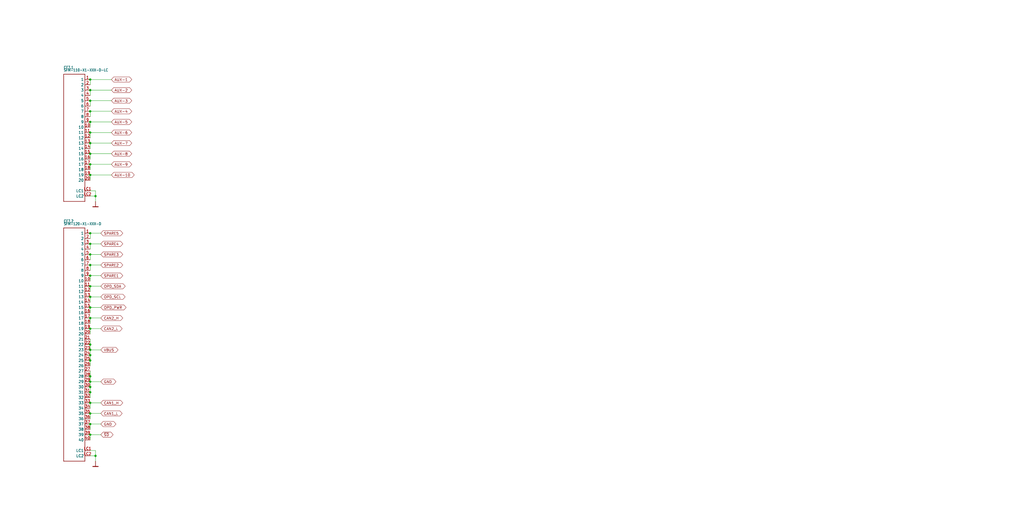
<source format=kicad_sch>
(kicad_sch (version 20211123) (generator eeschema)
  (paper "User" 490.22 254.406)
  (lib_symbols
    (symbol "oresat-backplane-2u-eagle-import:GND" (power)
      (symbol "GND_1_0"
        (polyline (pts (xy -1.27 -2.54) (xy 1.27 -2.54)) (stroke (width 0.4064)))
        (pin power_in line (at 0 0 270) (length 2.54) (name "GND") (number "1"))
      )
    )
    (symbol "oresat-backplane-2u-eagle-import:SFM-110-X1-XXX-D-LC"
      (property "Reference" "CF" (at -2.54 33.02 0))
      (property "Value" "SFM-110-X1-XXX-D-LC" (at -2.54 31.75 0))
      (symbol "SFM-110-X1-XXX-D-LC_1_0"
        (polyline (pts (xy -2.54 -30.48) (xy -2.54 30.48)) (stroke (width 0.254)))
        (polyline (pts (xy -2.54 30.48) (xy 7.62 30.48)) (stroke (width 0.254)))
        (polyline (pts (xy 7.62 -30.48) (xy -2.54 -30.48)) (stroke (width 0.254)))
        (polyline (pts (xy 7.62 30.48) (xy 7.62 -30.48)) (stroke (width 0.254)))
        (pin passive line (at 10.16 27.94 180) (length 2.54) (name "1") (number "1"))
        (pin passive line (at 10.16 5.08 180) (length 2.54) (name "10") (number "10"))
        (pin passive line (at 10.16 2.54 180) (length 2.54) (name "11") (number "11"))
        (pin passive line (at 10.16 0 180) (length 2.54) (name "12") (number "12"))
        (pin passive line (at 10.16 -2.54 180) (length 2.54) (name "13") (number "13"))
        (pin passive line (at 10.16 -5.08 180) (length 2.54) (name "14") (number "14"))
        (pin passive line (at 10.16 -7.62 180) (length 2.54) (name "15") (number "15"))
        (pin passive line (at 10.16 -10.16 180) (length 2.54) (name "16") (number "16"))
        (pin passive line (at 10.16 -12.7 180) (length 2.54) (name "17") (number "17"))
        (pin passive line (at 10.16 -15.24 180) (length 2.54) (name "18") (number "18"))
        (pin passive line (at 10.16 -17.78 180) (length 2.54) (name "19") (number "19"))
        (pin passive line (at 10.16 25.4 180) (length 2.54) (name "2") (number "2"))
        (pin passive line (at 10.16 -20.32 180) (length 2.54) (name "20") (number "20"))
        (pin passive line (at 10.16 22.86 180) (length 2.54) (name "3") (number "3"))
        (pin passive line (at 10.16 20.32 180) (length 2.54) (name "4") (number "4"))
        (pin passive line (at 10.16 17.78 180) (length 2.54) (name "5") (number "5"))
        (pin passive line (at 10.16 15.24 180) (length 2.54) (name "6") (number "6"))
        (pin passive line (at 10.16 12.7 180) (length 2.54) (name "7") (number "7"))
        (pin passive line (at 10.16 10.16 180) (length 2.54) (name "8") (number "8"))
        (pin passive line (at 10.16 7.62 180) (length 2.54) (name "9") (number "9"))
        (pin passive line (at 10.16 -25.4 180) (length 2.54) (name "LC1") (number "LC1"))
        (pin passive line (at 10.16 -27.94 180) (length 2.54) (name "LC2") (number "LC2"))
      )
    )
    (symbol "oresat-backplane-2u-eagle-import:SFM-120-X1-XXX-D"
      (property "Reference" "J" (at -2.54 50.8 0))
      (property "Value" "SFM-120-X1-XXX-D" (at -2.54 49.53 0))
      (symbol "SFM-120-X1-XXX-D_1_0"
        (polyline (pts (xy -2.54 -63.5) (xy -2.54 48.26)) (stroke (width 0.254)))
        (polyline (pts (xy -2.54 48.26) (xy 7.62 48.26)) (stroke (width 0.254)))
        (polyline (pts (xy 7.62 -63.5) (xy -2.54 -63.5)) (stroke (width 0.254)))
        (polyline (pts (xy 7.62 48.26) (xy 7.62 -63.5)) (stroke (width 0.254)))
        (pin passive line (at 10.16 45.72 180) (length 2.54) (name "1") (number "1"))
        (pin passive line (at 10.16 22.86 180) (length 2.54) (name "10") (number "10"))
        (pin passive line (at 10.16 20.32 180) (length 2.54) (name "11") (number "11"))
        (pin passive line (at 10.16 17.78 180) (length 2.54) (name "12") (number "12"))
        (pin passive line (at 10.16 15.24 180) (length 2.54) (name "13") (number "13"))
        (pin passive line (at 10.16 12.7 180) (length 2.54) (name "14") (number "14"))
        (pin passive line (at 10.16 10.16 180) (length 2.54) (name "15") (number "15"))
        (pin passive line (at 10.16 7.62 180) (length 2.54) (name "16") (number "16"))
        (pin passive line (at 10.16 5.08 180) (length 2.54) (name "17") (number "17"))
        (pin passive line (at 10.16 2.54 180) (length 2.54) (name "18") (number "18"))
        (pin passive line (at 10.16 0 180) (length 2.54) (name "19") (number "19"))
        (pin passive line (at 10.16 43.18 180) (length 2.54) (name "2") (number "2"))
        (pin passive line (at 10.16 -2.54 180) (length 2.54) (name "20") (number "20"))
        (pin passive line (at 10.16 -5.08 180) (length 2.54) (name "21") (number "21"))
        (pin passive line (at 10.16 -7.62 180) (length 2.54) (name "22") (number "22"))
        (pin passive line (at 10.16 -10.16 180) (length 2.54) (name "23") (number "23"))
        (pin passive line (at 10.16 -12.7 180) (length 2.54) (name "24") (number "24"))
        (pin passive line (at 10.16 -15.24 180) (length 2.54) (name "25") (number "25"))
        (pin passive line (at 10.16 -17.78 180) (length 2.54) (name "26") (number "26"))
        (pin passive line (at 10.16 -20.32 180) (length 2.54) (name "27") (number "27"))
        (pin passive line (at 10.16 -22.86 180) (length 2.54) (name "28") (number "28"))
        (pin passive line (at 10.16 -25.4 180) (length 2.54) (name "29") (number "29"))
        (pin passive line (at 10.16 40.64 180) (length 2.54) (name "3") (number "3"))
        (pin passive line (at 10.16 -27.94 180) (length 2.54) (name "30") (number "30"))
        (pin passive line (at 10.16 -30.48 180) (length 2.54) (name "31") (number "31"))
        (pin passive line (at 10.16 -33.02 180) (length 2.54) (name "32") (number "32"))
        (pin passive line (at 10.16 -35.56 180) (length 2.54) (name "33") (number "33"))
        (pin passive line (at 10.16 -38.1 180) (length 2.54) (name "34") (number "34"))
        (pin passive line (at 10.16 -40.64 180) (length 2.54) (name "35") (number "35"))
        (pin passive line (at 10.16 -43.18 180) (length 2.54) (name "36") (number "36"))
        (pin passive line (at 10.16 -45.72 180) (length 2.54) (name "37") (number "37"))
        (pin passive line (at 10.16 -48.26 180) (length 2.54) (name "38") (number "38"))
        (pin passive line (at 10.16 -50.8 180) (length 2.54) (name "39") (number "39"))
        (pin passive line (at 10.16 38.1 180) (length 2.54) (name "4") (number "4"))
        (pin passive line (at 10.16 -53.34 180) (length 2.54) (name "40") (number "40"))
        (pin passive line (at 10.16 35.56 180) (length 2.54) (name "5") (number "5"))
        (pin passive line (at 10.16 33.02 180) (length 2.54) (name "6") (number "6"))
        (pin passive line (at 10.16 30.48 180) (length 2.54) (name "7") (number "7"))
        (pin passive line (at 10.16 27.94 180) (length 2.54) (name "8") (number "8"))
        (pin passive line (at 10.16 25.4 180) (length 2.54) (name "9") (number "9"))
        (pin passive line (at 10.16 -58.42 180) (length 2.54) (name "LC1") (number "LC1"))
        (pin passive line (at 10.16 -60.96 180) (length 2.54) (name "LC2") (number "LC2"))
      )
    )
  )
  (junction (at 43.18 137.16))
  (junction (at 43.18 208.28))
  (junction (at 43.18 172.72))
  (junction (at 43.18 127))
  (junction (at 43.18 142.24))
  (junction (at 43.18 187.96))
  (junction (at 43.18 116.84))
  (junction (at 43.18 73.66))
  (junction (at 43.18 48.26))
  (junction (at 43.18 203.2))
  (junction (at 43.18 185.42))
  (junction (at 43.18 193.04))
  (junction (at 43.18 167.64))
  (junction (at 43.18 83.82))
  (junction (at 45.72 218.44))
  (junction (at 43.18 157.48))
  (junction (at 43.18 111.76))
  (junction (at 45.72 93.98))
  (junction (at 43.18 68.58))
  (junction (at 43.18 152.4))
  (junction (at 43.18 53.34))
  (junction (at 43.18 132.08))
  (junction (at 43.18 78.74))
  (junction (at 43.18 147.32))
  (junction (at 43.18 121.92))
  (junction (at 43.18 182.88))
  (junction (at 43.18 43.18))
  (junction (at 43.18 63.5))
  (junction (at 43.18 38.1))
  (junction (at 43.18 170.18))
  (junction (at 43.18 58.42))
  (junction (at 43.18 198.12))
  (junction (at 43.18 165.1))
  (junction (at 43.18 180.34))
  (wire (pts (xy 43.18 165.1) (xy 43.18 167.64)))
  (wire (pts (xy 43.18 111.76) (xy 43.18 114.3)))
  (wire (pts (xy 43.18 215.9) (xy 45.72 215.9)))
  (wire (pts (xy 43.18 187.96) (xy 43.18 185.42)))
  (wire (pts (xy 48.26 167.64) (xy 43.18 167.64)))
  (wire (pts (xy 43.18 180.34) (xy 43.18 177.8)))
  (wire (pts (xy 43.18 121.92) (xy 43.18 124.46)))
  (wire (pts (xy 48.26 132.08) (xy 43.18 132.08)))
  (wire (pts (xy 45.72 218.44) (xy 45.72 220.98)))
  (wire (pts (xy 43.18 43.18) (xy 53.34 43.18)))
  (wire (pts (xy 43.18 63.5) (xy 43.18 66.04)))
  (wire (pts (xy 48.26 137.16) (xy 43.18 137.16)))
  (wire (pts (xy 43.18 63.5) (xy 53.34 63.5)))
  (wire (pts (xy 43.18 182.88) (xy 43.18 180.34)))
  (wire (pts (xy 43.18 78.74) (xy 43.18 81.28)))
  (wire (pts (xy 43.18 132.08) (xy 43.18 134.62)))
  (wire (pts (xy 43.18 68.58) (xy 53.34 68.58)))
  (wire (pts (xy 48.26 147.32) (xy 43.18 147.32)))
  (wire (pts (xy 45.72 93.98) (xy 43.18 93.98)))
  (wire (pts (xy 48.26 198.12) (xy 43.18 198.12)))
  (wire (pts (xy 48.26 193.04) (xy 43.18 193.04)))
  (wire (pts (xy 43.18 73.66) (xy 53.34 73.66)))
  (wire (pts (xy 43.18 167.64) (xy 43.18 170.18)))
  (wire (pts (xy 45.72 91.44) (xy 43.18 91.44)))
  (wire (pts (xy 45.72 93.98) (xy 45.72 91.44)))
  (wire (pts (xy 43.18 172.72) (xy 43.18 175.26)))
  (wire (pts (xy 48.26 208.28) (xy 43.18 208.28)))
  (wire (pts (xy 43.18 48.26) (xy 53.34 48.26)))
  (wire (pts (xy 43.18 162.56) (xy 43.18 165.1)))
  (wire (pts (xy 43.18 193.04) (xy 43.18 195.58)))
  (wire (pts (xy 43.18 83.82) (xy 43.18 86.36)))
  (wire (pts (xy 43.18 182.88) (xy 43.18 185.42)))
  (wire (pts (xy 43.18 83.82) (xy 53.34 83.82)))
  (wire (pts (xy 43.18 187.96) (xy 43.18 190.5)))
  (wire (pts (xy 43.18 58.42) (xy 53.34 58.42)))
  (wire (pts (xy 43.18 73.66) (xy 43.18 76.2)))
  (wire (pts (xy 43.18 152.4) (xy 43.18 154.94)))
  (wire (pts (xy 43.18 137.16) (xy 43.18 139.7)))
  (wire (pts (xy 43.18 111.76) (xy 48.26 111.76)))
  (wire (pts (xy 43.18 48.26) (xy 43.18 50.8)))
  (wire (pts (xy 43.18 170.18) (xy 43.18 172.72)))
  (wire (pts (xy 43.18 157.48) (xy 43.18 160.02)))
  (wire (pts (xy 48.26 182.88) (xy 43.18 182.88)))
  (wire (pts (xy 43.18 38.1) (xy 43.18 40.64)))
  (wire (pts (xy 48.26 152.4) (xy 43.18 152.4)))
  (wire (pts (xy 43.18 58.42) (xy 43.18 60.96)))
  (wire (pts (xy 43.18 218.44) (xy 45.72 218.44)))
  (wire (pts (xy 48.26 127) (xy 43.18 127)))
  (wire (pts (xy 43.18 208.28) (xy 43.18 210.82)))
  (wire (pts (xy 43.18 78.74) (xy 53.34 78.74)))
  (wire (pts (xy 43.18 43.18) (xy 43.18 45.72)))
  (wire (pts (xy 43.18 53.34) (xy 53.34 53.34)))
  (wire (pts (xy 43.18 116.84) (xy 48.26 116.84)))
  (wire (pts (xy 48.26 142.24) (xy 43.18 142.24)))
  (wire (pts (xy 45.72 215.9) (xy 45.72 218.44)))
  (wire (pts (xy 48.26 203.2) (xy 43.18 203.2)))
  (wire (pts (xy 43.18 38.1) (xy 53.34 38.1)))
  (wire (pts (xy 43.18 53.34) (xy 43.18 55.88)))
  (wire (pts (xy 43.18 121.92) (xy 48.26 121.92)))
  (wire (pts (xy 43.18 116.84) (xy 43.18 119.38)))
  (wire (pts (xy 43.18 68.58) (xy 43.18 71.12)))
  (wire (pts (xy 43.18 203.2) (xy 43.18 205.74)))
  (wire (pts (xy 45.72 96.52) (xy 45.72 93.98)))
  (wire (pts (xy 43.18 147.32) (xy 43.18 149.86)))
  (wire (pts (xy 43.18 127) (xy 43.18 129.54)))
  (wire (pts (xy 43.18 142.24) (xy 43.18 144.78)))
  (wire (pts (xy 43.18 198.12) (xy 43.18 200.66)))
  (wire (pts (xy 48.26 157.48) (xy 43.18 157.48)))
  (global_label "OPD_PWR" (shape bidirectional) (at 48.26 147.32 0) (effects (font (size 1.2446 1.2446))) (property "Intersheet References" "${INTERSHEET_REFS}" (effects hide)))
  (global_label "~{SD}" (shape bidirectional) (at 48.26 208.28 0) (effects (font (size 1.2446 1.2446))) (property "Intersheet References" "${INTERSHEET_REFS}" (effects hide)))
  (global_label "SPARE4" (shape bidirectional) (at 48.26 116.84 0) (effects (font (size 1.2446 1.2446))) (property "Intersheet References" "${INTERSHEET_REFS}" (effects hide)))
  (global_label "GND" (shape bidirectional) (at 48.26 203.2 0) (effects (font (size 1.2446 1.2446))) (property "Intersheet References" "${INTERSHEET_REFS}" (effects hide)))
  (global_label "CAN1_H" (shape bidirectional) (at 48.26 193.04 0) (effects (font (size 1.2446 1.2446))) (property "Intersheet References" "${INTERSHEET_REFS}" (effects hide)))
  (global_label "AUX-1" (shape bidirectional) (at 53.34 38.1 0) (effects (font (size 1.2446 1.2446))) (property "Intersheet References" "${INTERSHEET_REFS}" (effects hide)))
  (global_label "AUX-8" (shape bidirectional) (at 53.34 73.66 0) (effects (font (size 1.2446 1.2446))) (property "Intersheet References" "${INTERSHEET_REFS}" (effects hide)))
  (global_label "AUX-9" (shape bidirectional) (at 53.34 78.74 0) (effects (font (size 1.2446 1.2446))) (property "Intersheet References" "${INTERSHEET_REFS}" (effects hide)))
  (global_label "AUX-2" (shape bidirectional) (at 53.34 43.18 0) (effects (font (size 1.2446 1.2446))) (property "Intersheet References" "${INTERSHEET_REFS}" (effects hide)))
  (global_label "AUX-4" (shape bidirectional) (at 53.34 53.34 0) (effects (font (size 1.2446 1.2446))) (property "Intersheet References" "${INTERSHEET_REFS}" (effects hide)))
  (global_label "AUX-10" (shape bidirectional) (at 53.34 83.82 0) (effects (font (size 1.2446 1.2446))) (property "Intersheet References" "${INTERSHEET_REFS}" (effects hide)))
  (global_label "SPARE3" (shape bidirectional) (at 48.26 121.92 0) (effects (font (size 1.2446 1.2446))) (property "Intersheet References" "${INTERSHEET_REFS}" (effects hide)))
  (global_label "CAN1_L" (shape bidirectional) (at 48.26 198.12 0) (effects (font (size 1.2446 1.2446))) (property "Intersheet References" "${INTERSHEET_REFS}" (effects hide)))
  (global_label "AUX-7" (shape bidirectional) (at 53.34 68.58 0) (effects (font (size 1.2446 1.2446))) (property "Intersheet References" "${INTERSHEET_REFS}" (effects hide)))
  (global_label "CAN2_H" (shape bidirectional) (at 48.26 152.4 0) (effects (font (size 1.2446 1.2446))) (property "Intersheet References" "${INTERSHEET_REFS}" (effects hide)))
  (global_label "AUX-5" (shape bidirectional) (at 53.34 58.42 0) (effects (font (size 1.2446 1.2446))) (property "Intersheet References" "${INTERSHEET_REFS}" (effects hide)))
  (global_label "SPARE1" (shape bidirectional) (at 48.26 132.08 0) (effects (font (size 1.2446 1.2446))) (property "Intersheet References" "${INTERSHEET_REFS}" (effects hide)))
  (global_label "OPD_SCL" (shape bidirectional) (at 48.26 142.24 0) (effects (font (size 1.2446 1.2446))) (property "Intersheet References" "${INTERSHEET_REFS}" (effects hide)))
  (global_label "CAN2_L" (shape bidirectional) (at 48.26 157.48 0) (effects (font (size 1.2446 1.2446))) (property "Intersheet References" "${INTERSHEET_REFS}" (effects hide)))
  (global_label "AUX-6" (shape bidirectional) (at 53.34 63.5 0) (effects (font (size 1.2446 1.2446))) (property "Intersheet References" "${INTERSHEET_REFS}" (effects hide)))
  (global_label "AUX-3" (shape bidirectional) (at 53.34 48.26 0) (effects (font (size 1.2446 1.2446))) (property "Intersheet References" "${INTERSHEET_REFS}" (effects hide)))
  (global_label "SPARE5" (shape bidirectional) (at 48.26 111.76 0) (effects (font (size 1.2446 1.2446))) (property "Intersheet References" "${INTERSHEET_REFS}" (effects hide)))
  (global_label "OPD_SDA" (shape bidirectional) (at 48.26 137.16 0) (effects (font (size 1.2446 1.2446))) (property "Intersheet References" "${INTERSHEET_REFS}" (effects hide)))
  (global_label "GND" (shape bidirectional) (at 48.26 182.88 0) (effects (font (size 1.2446 1.2446))) (property "Intersheet References" "${INTERSHEET_REFS}" (effects hide)))
  (global_label "SPARE2" (shape bidirectional) (at 48.26 127 0) (effects (font (size 1.2446 1.2446))) (property "Intersheet References" "${INTERSHEET_REFS}" (effects hide)))
  (global_label "VBUS" (shape bidirectional) (at 48.26 167.64 0) (effects (font (size 1.2446 1.2446))) (property "Intersheet References" "${INTERSHEET_REFS}" (effects hide)))
  (symbol (lib_id "oresat-backplane-2u-eagle-import:SFM-120-X1-XXX-D") (at 33.02 157.48 0) (unit 1)
    (property "Reference" "CF7.2" (at 30.48 106.68 0) (effects (font (size 1.27 1.0795)) (justify left bottom)))
    (property "Value" "SFM-120-X1-XXX-D" (at 30.48 107.95 0) (effects (font (size 1.27 1.0795)) (justify left bottom)))
    (property "Footprint" "oresat-footprints:J-SAMTEC-SFM-120-X1-XXX-D" (effects hide))
  )
  (symbol (lib_id "oresat-backplane-2u-eagle-import:GND") (at 45.72 96.52 0) (unit 1)
    (property "Reference" "#GND083" (effects hide))
    (property "Value" "GND" (effects hide))
    (property "Footprint" "oresat-backplane-2u:" (effects hide))
  )
  (symbol (lib_id "oresat-backplane-2u-eagle-import:GND") (at 45.72 220.98 0) (unit 1)
    (property "Reference" "#GND079" (effects hide))
    (property "Value" "GND" (effects hide))
    (property "Footprint" "oresat-backplane-2u:" (effects hide))
  )
  (symbol (lib_id "oresat-backplane-2u-eagle-import:SFM-110-X1-XXX-D-LC") (at 33.02 66.04 0) (unit 1)
    (property "Reference" "CF7.1" (at 30.48 33.02 0) (effects (font (size 1.27 1.0795)) (justify left bottom)))
    (property "Value" "SFM-110-X1-XXX-D-LC" (at 30.48 34.29 0) (effects (font (size 1.27 1.0795)) (justify left bottom)))
    (property "Footprint" "oresat-footprints:J-SAMTEC-CF-SFM-110-X1-XXX-D-LC" (effects hide))
  )
)
</source>
